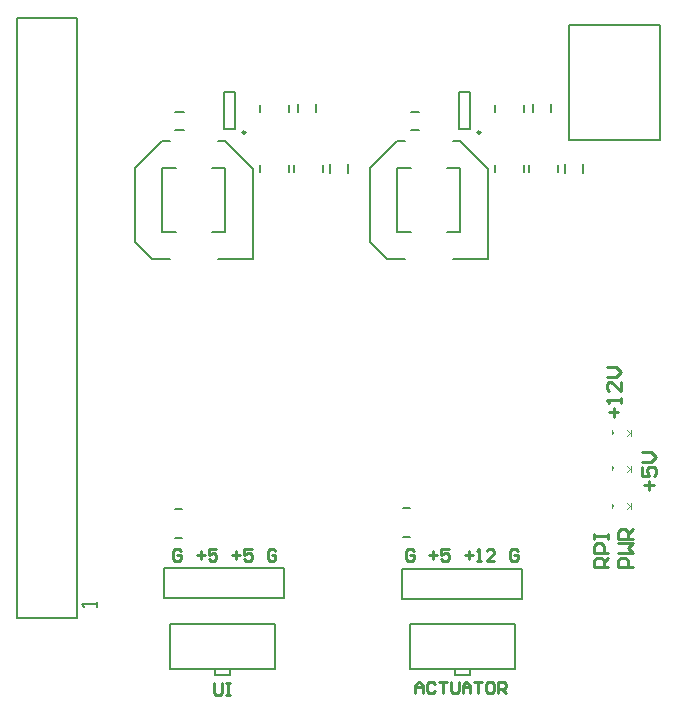
<source format=gto>
G04*
G04 #@! TF.GenerationSoftware,Altium Limited,Altium Designer,20.0.9 (164)*
G04*
G04 Layer_Color=65535*
%FSLAX25Y25*%
%MOIN*%
G70*
G01*
G75*
%ADD10C,0.00984*%
%ADD11C,0.00787*%
%ADD12C,0.01000*%
%ADD13C,0.00394*%
%ADD14C,0.00800*%
G36*
X430413Y276772D02*
X431004Y277953D01*
X430413Y279134D01*
Y276772D01*
D02*
G37*
G36*
Y289370D02*
X431004Y290551D01*
X430413Y291732D01*
Y289370D01*
D02*
G37*
G36*
Y301181D02*
X431004Y302362D01*
X430413Y303543D01*
Y301181D01*
D02*
G37*
D10*
X386516Y402559D02*
G03*
X386516Y402559I-492J0D01*
G01*
X308169Y402559D02*
G03*
X308169Y402559I-492J0D01*
G01*
D11*
X383071Y221654D02*
Y223622D01*
X377953Y221654D02*
X383071D01*
X377953D02*
Y223622D01*
X298031Y221654D02*
Y223622D01*
X303150Y221654D02*
Y223228D01*
X298031Y221654D02*
X303150D01*
X283150Y238740D02*
X318150D01*
Y223740D02*
Y238740D01*
X283150Y223740D02*
X318150D01*
X283150D02*
Y238740D01*
X362953D02*
X397953D01*
Y223740D02*
Y238740D01*
X362953Y223740D02*
X397953D01*
X362953D02*
Y238740D01*
X379331Y403740D02*
Y415945D01*
X382874Y403740D02*
Y415945D01*
X379331D02*
X382874D01*
X379331Y403740D02*
X382874D01*
X300984Y403740D02*
Y415945D01*
X304528Y403740D02*
Y415945D01*
X300984D02*
X304528D01*
X300984Y403740D02*
X304528D01*
X375291Y369291D02*
X379791D01*
X358791D02*
X363291D01*
X358791Y390551D02*
X363291D01*
X375291D02*
X379791D01*
Y369291D02*
Y390551D01*
X358791Y369291D02*
Y390551D01*
X377261Y399606D02*
X379791D01*
X388976Y390421D01*
Y360421D02*
Y390421D01*
X388791Y360236D02*
X388976Y360421D01*
X377291Y360236D02*
X388791D01*
X358612Y399606D02*
X361434D01*
X349606Y390601D02*
X358612Y399606D01*
X349606Y365921D02*
Y390601D01*
Y365921D02*
X355291Y360236D01*
X361292D01*
X276945Y360236D02*
X282946D01*
X271260Y365921D02*
X276945Y360236D01*
X271260Y365921D02*
Y390601D01*
X280265Y399606D01*
X283088D01*
X298945Y360236D02*
X310445D01*
X310630Y360421D01*
Y390421D01*
X301445Y399606D02*
X310630Y390421D01*
X298915Y399606D02*
X301445D01*
X280445Y369291D02*
Y390551D01*
X301445Y369291D02*
Y390551D01*
X296945D02*
X301445D01*
X280445D02*
X284945D01*
X280445Y369291D02*
X284945D01*
X296945D02*
X301445D01*
X415965Y438255D02*
X446465D01*
X415965Y399855D02*
X446465D01*
X415965D02*
Y438255D01*
X446465Y399855D02*
Y438255D01*
X404134Y409252D02*
X404134Y412008D01*
X410039Y409252D02*
Y412008D01*
X325787Y409252D02*
Y412008D01*
X331693Y409252D02*
Y412008D01*
X252126Y240551D02*
Y440551D01*
X232126Y240551D02*
Y440551D01*
Y240551D02*
X252126D01*
X232126Y440551D02*
X252126D01*
X284842Y409252D02*
X287598D01*
X284842Y403346D02*
X287598D01*
X322539Y409449D02*
Y411811D01*
X312894Y409449D02*
Y411811D01*
X284646Y267224D02*
X287008D01*
X284646Y276870D02*
X287008D01*
X342323Y389173D02*
Y391929D01*
X336417Y389173D02*
Y391929D01*
X312894Y389370D02*
Y391732D01*
X322539Y389370D02*
Y391732D01*
X324311Y389370D02*
Y391732D01*
X333957Y389370D02*
Y391732D01*
X360276Y246969D02*
Y256968D01*
X400276Y256968D01*
X360276Y246969D02*
X400276Y246969D01*
Y256968D01*
X281063Y247362D02*
Y257362D01*
X321063Y257362D01*
X281063Y247362D02*
X321063Y247362D01*
Y257362D01*
X391240Y389370D02*
Y391732D01*
X400886Y389370D02*
Y391732D01*
X360630Y267618D02*
X362992D01*
X360630Y277264D02*
X362992D01*
X420669Y389173D02*
Y391929D01*
X414764Y389173D02*
Y391929D01*
X402658Y389370D02*
Y391732D01*
X412303Y389370D02*
Y391732D01*
X400886Y409449D02*
Y411811D01*
X391240D02*
X391240Y409449D01*
X363189Y409252D02*
X365945Y409252D01*
X363189Y403346D02*
X365945D01*
D12*
X442702Y283283D02*
Y286432D01*
X441127Y284858D02*
X444276D01*
X440340Y291155D02*
Y288006D01*
X442702D01*
X441914Y289581D01*
Y290368D01*
X442702Y291155D01*
X444276D01*
X445063Y290368D01*
Y288793D01*
X444276Y288006D01*
X440340Y292729D02*
X443489D01*
X445063Y294303D01*
X443489Y295878D01*
X440340D01*
X429121Y257693D02*
X424399D01*
Y260054D01*
X425186Y260841D01*
X426760D01*
X427547Y260054D01*
Y257693D01*
Y259267D02*
X429121Y260841D01*
Y262416D02*
X424399D01*
Y264777D01*
X425186Y265564D01*
X426760D01*
X427547Y264777D01*
Y262416D01*
X424399Y267139D02*
Y268713D01*
Y267926D01*
X429121D01*
Y267139D01*
Y268713D01*
X437189Y257693D02*
X432466D01*
Y260054D01*
X433253Y260841D01*
X434828D01*
X435615Y260054D01*
Y257693D01*
X432466Y262416D02*
X437189D01*
X435615Y263990D01*
X437189Y265564D01*
X432466D01*
X437189Y267139D02*
X432466D01*
Y269500D01*
X433253Y270287D01*
X434828D01*
X435615Y269500D01*
Y267139D01*
Y268713D02*
X437189Y270287D01*
X364254Y262941D02*
X363598Y263597D01*
X362286D01*
X361630Y262941D01*
Y260317D01*
X362286Y259661D01*
X363598D01*
X364254Y260317D01*
Y261629D01*
X362942D01*
X369501D02*
X372125D01*
X370813Y262941D02*
Y260317D01*
X376061Y263597D02*
X373437D01*
Y261629D01*
X374749Y262285D01*
X375405D01*
X376061Y261629D01*
Y260317D01*
X375405Y259661D01*
X374093D01*
X373437Y260317D01*
X381309Y261629D02*
X383932D01*
X382621Y262941D02*
Y260317D01*
X385244Y259661D02*
X386556D01*
X385900D01*
Y263597D01*
X385244Y262941D01*
X391148Y259661D02*
X388524D01*
X391148Y262285D01*
Y262941D01*
X390492Y263597D01*
X389180D01*
X388524Y262941D01*
X399019D02*
X398363Y263597D01*
X397052D01*
X396396Y262941D01*
Y260317D01*
X397052Y259661D01*
X398363D01*
X399019Y260317D01*
Y261629D01*
X397708D01*
X286695Y262941D02*
X286039Y263597D01*
X284727D01*
X284071Y262941D01*
Y260317D01*
X284727Y259661D01*
X286039D01*
X286695Y260317D01*
Y261629D01*
X285383D01*
X291942D02*
X294566D01*
X293254Y262941D02*
Y260317D01*
X298502Y263597D02*
X295878D01*
Y261629D01*
X297190Y262285D01*
X297846D01*
X298502Y261629D01*
Y260317D01*
X297846Y259661D01*
X296534D01*
X295878Y260317D01*
X303750Y261629D02*
X306373D01*
X305062Y262941D02*
Y260317D01*
X310309Y263597D02*
X307685D01*
Y261629D01*
X308997Y262285D01*
X309653D01*
X310309Y261629D01*
Y260317D01*
X309653Y259661D01*
X308341D01*
X307685Y260317D01*
X318181Y262941D02*
X317525Y263597D01*
X316213D01*
X315557Y262941D01*
Y260317D01*
X316213Y259661D01*
X317525D01*
X318181Y260317D01*
Y261629D01*
X316869D01*
X364779Y215567D02*
Y218191D01*
X366091Y219503D01*
X367403Y218191D01*
Y215567D01*
Y217535D01*
X364779D01*
X371339Y218847D02*
X370683Y219503D01*
X369371D01*
X368715Y218847D01*
Y216223D01*
X369371Y215567D01*
X370683D01*
X371339Y216223D01*
X372651Y219503D02*
X375275D01*
X373963D01*
Y215567D01*
X376587Y219503D02*
Y216223D01*
X377243Y215567D01*
X378555D01*
X379211Y216223D01*
Y219503D01*
X380522Y215567D02*
Y218191D01*
X381834Y219503D01*
X383146Y218191D01*
Y215567D01*
Y217535D01*
X380522D01*
X384458Y219503D02*
X387082D01*
X385770D01*
Y215567D01*
X390362Y219503D02*
X389050D01*
X388394Y218847D01*
Y216223D01*
X389050Y215567D01*
X390362D01*
X391018Y216223D01*
Y218847D01*
X390362Y219503D01*
X392330Y215567D02*
Y219503D01*
X394298D01*
X394953Y218847D01*
Y217535D01*
X394298Y216879D01*
X392330D01*
X393642D02*
X394953Y215567D01*
X297850Y219109D02*
Y215829D01*
X298506Y215173D01*
X299818D01*
X300474Y215829D01*
Y219109D01*
X301786D02*
X303098D01*
X302442D01*
Y215173D01*
X301786D01*
X303098D01*
X430891Y307693D02*
Y310841D01*
X429316Y309267D02*
X432465D01*
X433252Y312416D02*
Y313990D01*
Y313203D01*
X428529D01*
X429316Y312416D01*
X433252Y319500D02*
Y316352D01*
X430103Y319500D01*
X429316D01*
X428529Y318713D01*
Y317139D01*
X429316Y316352D01*
X428529Y321074D02*
X431678D01*
X433252Y322649D01*
X431678Y324223D01*
X428529D01*
D13*
X436709Y301294D02*
Y303262D01*
Y302606D01*
X435397Y301294D01*
X436381Y302278D01*
X435397Y303262D01*
X436709Y289483D02*
Y291451D01*
Y290795D01*
X435397Y289483D01*
X436381Y290467D01*
X435397Y291451D01*
X436709Y276885D02*
Y278853D01*
Y278197D01*
X435397Y276885D01*
X436381Y277869D01*
X435397Y278853D01*
D14*
X258661Y244488D02*
Y246154D01*
Y245321D01*
X253663D01*
X254496Y244488D01*
M02*

</source>
